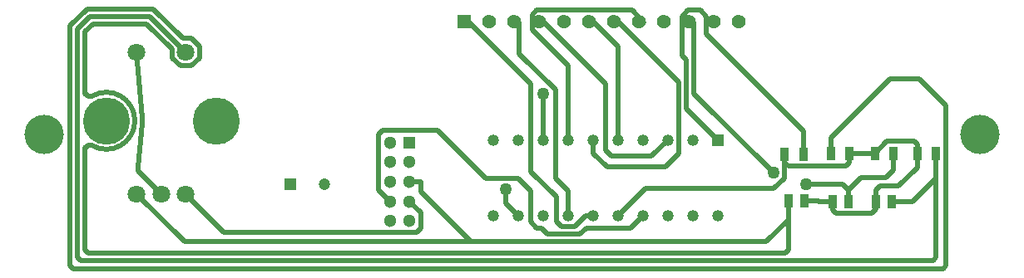
<source format=gbr>
G04*
G04 #@! TF.GenerationSoftware,Altium Limited,Altium Designer,24.4.1 (13)*
G04*
G04 Layer_Physical_Order=1*
G04 Layer_Color=255*
%FSLAX25Y25*%
%MOIN*%
G70*
G04*
G04 #@! TF.SameCoordinates,C8804EEA-F542-44AB-9C48-69CCBEB50276*
G04*
G04*
G04 #@! TF.FilePolarity,Positive*
G04*
G01*
G75*
%ADD24C,0.05118*%
%ADD25R,0.05118X0.05118*%
%ADD28C,0.02000*%
%ADD29R,0.03740X0.05512*%
%ADD30R,0.03347X0.05315*%
%ADD31C,0.07087*%
%ADD32C,0.18898*%
%ADD33C,0.05610*%
%ADD34R,0.05610X0.05610*%
%ADD35C,0.04724*%
%ADD36R,0.04724X0.04724*%
%ADD37C,0.04685*%
%ADD38R,0.04685X0.04685*%
%ADD39C,0.15748*%
%ADD40C,0.05000*%
D24*
X316063Y357752D02*
D03*
Y365626D02*
D03*
Y373500D02*
D03*
Y381374D02*
D03*
Y389248D02*
D03*
X323937Y357752D02*
D03*
Y365626D02*
D03*
Y373500D02*
D03*
Y381374D02*
D03*
D25*
Y389248D02*
D03*
D28*
X196533Y388200D02*
G03*
X196533Y407800I5920J9800D01*
G01*
X216840Y396671D02*
G03*
X216852Y399199I-14388J1329D01*
G01*
X194586Y408386D02*
X194586Y408385D01*
X194587Y387616D02*
G03*
X194584Y387613I1413J-1416D01*
G01*
X538900Y339672D02*
Y404160D01*
X188000Y339672D02*
X189172Y338500D01*
X537728D02*
X538900Y339672D01*
X188000D02*
Y436243D01*
X189172Y338500D02*
X537728D01*
X191000Y343172D02*
Y435000D01*
X534980Y343172D02*
Y375000D01*
X533809Y342000D02*
X534980Y343172D01*
X191000D02*
X192172Y342000D01*
X533809D01*
X475752Y346172D02*
Y358152D01*
X195172Y345000D02*
X474580D01*
X194000Y346172D02*
X195172Y345000D01*
X474580D02*
X475752Y346172D01*
X194000D02*
Y387029D01*
X228799Y423263D02*
X232047Y420016D01*
X233042Y431102D02*
X236639D01*
X215243Y377729D02*
X215243Y379386D01*
X196000Y388200D02*
X196533D01*
X236639Y431102D02*
X239886Y427855D01*
X215243Y379386D02*
X216840Y396671D01*
X195172Y388200D02*
X196000D01*
X239886Y423263D02*
Y427855D01*
X194587Y387616D02*
X195172Y388200D01*
X236639Y420016D02*
X239886Y423263D01*
X194000Y387029D02*
X194584Y387613D01*
X228799Y423263D02*
Y426860D01*
X218659Y437000D02*
X228799Y426860D01*
X194000Y433757D02*
X197243Y437000D01*
X194000Y408971D02*
Y433757D01*
X194586Y408385D02*
X195172Y407800D01*
X188000Y436243D02*
X194757Y443000D01*
X195172Y407800D02*
X196000Y407800D01*
X194757Y443000D02*
X221144D01*
X196000Y407800D02*
X196533Y407800D01*
X221144Y443000D02*
X233042Y431102D01*
X194000Y408971D02*
X194586Y408386D01*
X232047Y420016D02*
X236639D01*
X215243Y377729D02*
X224500Y368472D01*
X197243Y437000D02*
X218659D01*
X214657Y425559D02*
X216852Y399199D01*
X474260Y381250D02*
Y384500D01*
Y374968D02*
Y381250D01*
X348622Y349342D02*
X466942D01*
X233787D02*
X348622D01*
X499848Y370148D02*
X499996Y370000D01*
X497396Y372600D02*
X499848Y370148D01*
X420885Y383700D02*
X427500Y390315D01*
X405000Y383700D02*
X420885D01*
X402500Y386200D02*
X405000Y383700D01*
X402500Y386200D02*
Y413000D01*
X378000Y437500D02*
X402500Y413000D01*
X407500Y390315D02*
Y428000D01*
X398000Y437500D02*
X407500Y428000D01*
X397500Y385000D02*
Y390315D01*
Y385000D02*
X403100Y379400D01*
X426602D01*
X431900Y384698D01*
Y413600D01*
X408000Y437500D02*
X431900Y413600D01*
X377500Y390315D02*
Y409000D01*
X528060Y415000D02*
X538900Y404160D01*
X516660Y415000D02*
X528060D01*
X492760Y391100D02*
X516660Y415000D01*
X492760Y385000D02*
Y391100D01*
X323937Y373500D02*
X328500D01*
Y369465D02*
Y373500D01*
Y369465D02*
X348622Y349342D01*
X518000Y378300D02*
Y385000D01*
X515000Y375300D02*
X518000Y378300D01*
X505000Y375300D02*
X515000D01*
X499848Y370148D02*
X505000Y375300D01*
X499848Y370148D02*
X499996Y365500D01*
X323937Y365626D02*
X328496Y361067D01*
Y355000D02*
Y361067D01*
X326689Y353193D02*
X328496Y355000D01*
X249622Y353193D02*
X326689D01*
X234343Y368472D02*
X249622Y353193D01*
X191000Y435000D02*
X196000Y440000D01*
X219902D01*
X234343Y425559D01*
X412674Y354859D02*
X417500Y359685D01*
X394843Y354859D02*
X412674D01*
X392326Y352342D02*
X394843Y354859D01*
X379353Y352342D02*
X392326D01*
X376696Y355000D02*
X379353Y352342D01*
X375000Y355000D02*
X376696D01*
X372500Y357500D02*
X375000Y355000D01*
X372500Y357500D02*
Y370000D01*
X367500Y375000D02*
X372500Y370000D01*
X354400Y375000D02*
X367500D01*
X335200Y394200D02*
X354400Y375000D01*
X313200Y394200D02*
X335200D01*
X311500Y392500D02*
X313200Y394200D01*
X311500Y370189D02*
Y392500D01*
Y370189D02*
X316063Y365626D01*
X527500Y379300D02*
Y385000D01*
X520000Y371800D02*
X527500Y379300D01*
X512500Y371800D02*
X520000D01*
X510752Y370052D02*
X512500Y371800D01*
X510752Y365500D02*
Y370052D01*
X481740Y384500D02*
Y393960D01*
X443000Y432700D02*
X481740Y393960D01*
X443000Y432700D02*
Y440000D01*
X440500Y442500D02*
X443000Y440000D01*
X435600Y442500D02*
X440500D01*
X433100Y440000D02*
X435600Y442500D01*
X433100Y424300D02*
Y440000D01*
Y424300D02*
X434900Y422500D01*
Y402915D02*
Y422500D01*
Y402915D02*
X447500Y390315D01*
X362500Y364685D02*
Y370400D01*
Y364685D02*
X367500Y359685D01*
X499996Y365500D02*
Y370000D01*
X482800Y372600D02*
X497396D01*
X470000Y370708D02*
X474260Y374968D01*
X418523Y370708D02*
X470000D01*
X407500Y359685D02*
X418523Y370708D01*
X438000Y408800D02*
X469700Y377100D01*
X438000Y408800D02*
Y437500D01*
X348000D02*
X372500Y413000D01*
Y377600D02*
Y413000D01*
Y377600D02*
X382700Y367400D01*
Y357500D02*
Y367400D01*
Y357500D02*
X384858Y355342D01*
X390042D01*
X394385Y359685D01*
X397500D01*
X387500D02*
Y370000D01*
X382500Y375000D02*
X387500Y370000D01*
X382500Y375000D02*
Y410500D01*
X368000Y425000D02*
X382500Y410500D01*
X368000Y425000D02*
Y437500D01*
X387500Y390315D02*
Y420195D01*
X373100Y434595D02*
X387500Y420195D01*
X373100Y434595D02*
Y440500D01*
X375000Y442400D01*
X413100D01*
X418000Y437500D01*
X214657Y368472D02*
X233787Y349342D01*
X466942D02*
X475752Y358152D01*
Y366000D01*
X517248Y365500D02*
X525480D01*
X534980Y375000D01*
Y385000D01*
X474260Y381250D02*
X475810Y379700D01*
X498750D01*
X500240Y381190D01*
Y385000D01*
X510752Y362500D02*
Y365500D01*
X509052Y360800D02*
X510752Y362500D01*
X495000Y360800D02*
X509052D01*
X493500Y362300D02*
X495000Y360800D01*
X493500Y362300D02*
Y365500D01*
X510520Y385000D02*
X515320Y389800D01*
X526250D01*
X527500Y388550D01*
Y385000D02*
Y388550D01*
X500240Y385000D02*
X510520D01*
X488100Y365500D02*
X493500D01*
X487600Y366000D02*
X488100Y365500D01*
X482248Y366000D02*
X487600D01*
D29*
X474260Y384500D02*
D03*
X481740D02*
D03*
X527500Y385000D02*
D03*
X534980D02*
D03*
X510520D02*
D03*
X518000D02*
D03*
X500240D02*
D03*
X492760D02*
D03*
D30*
X510752Y365500D02*
D03*
X517248D02*
D03*
X493500D02*
D03*
X499996D02*
D03*
X482248Y366000D02*
D03*
X475752D02*
D03*
D31*
X214657Y368472D02*
D03*
X234343D02*
D03*
X224500D02*
D03*
X214657Y425559D02*
D03*
X234343D02*
D03*
D32*
X246547Y398000D02*
D03*
X202453D02*
D03*
D33*
X456000Y438000D02*
D03*
X366000D02*
D03*
X356000D02*
D03*
X386000D02*
D03*
X376000D02*
D03*
X396000D02*
D03*
X406000D02*
D03*
X446000D02*
D03*
X416000D02*
D03*
X426000D02*
D03*
X436000D02*
D03*
D34*
X346000D02*
D03*
D35*
X290000Y372500D02*
D03*
D36*
X276220D02*
D03*
D37*
X447500Y359685D02*
D03*
X437500D02*
D03*
X427500D02*
D03*
X417500D02*
D03*
X407500D02*
D03*
X397500D02*
D03*
X387500D02*
D03*
X377500D02*
D03*
X367500D02*
D03*
X357500D02*
D03*
Y390315D02*
D03*
X367500D02*
D03*
X377500D02*
D03*
X387500D02*
D03*
X397500D02*
D03*
X407500D02*
D03*
X417500D02*
D03*
X427500D02*
D03*
X437500D02*
D03*
D38*
X447500D02*
D03*
D39*
X177500Y392500D02*
D03*
X552500D02*
D03*
D40*
X377500Y409000D02*
D03*
X362500Y370400D02*
D03*
X482800Y372600D02*
D03*
X469700Y377100D02*
D03*
M02*

</source>
